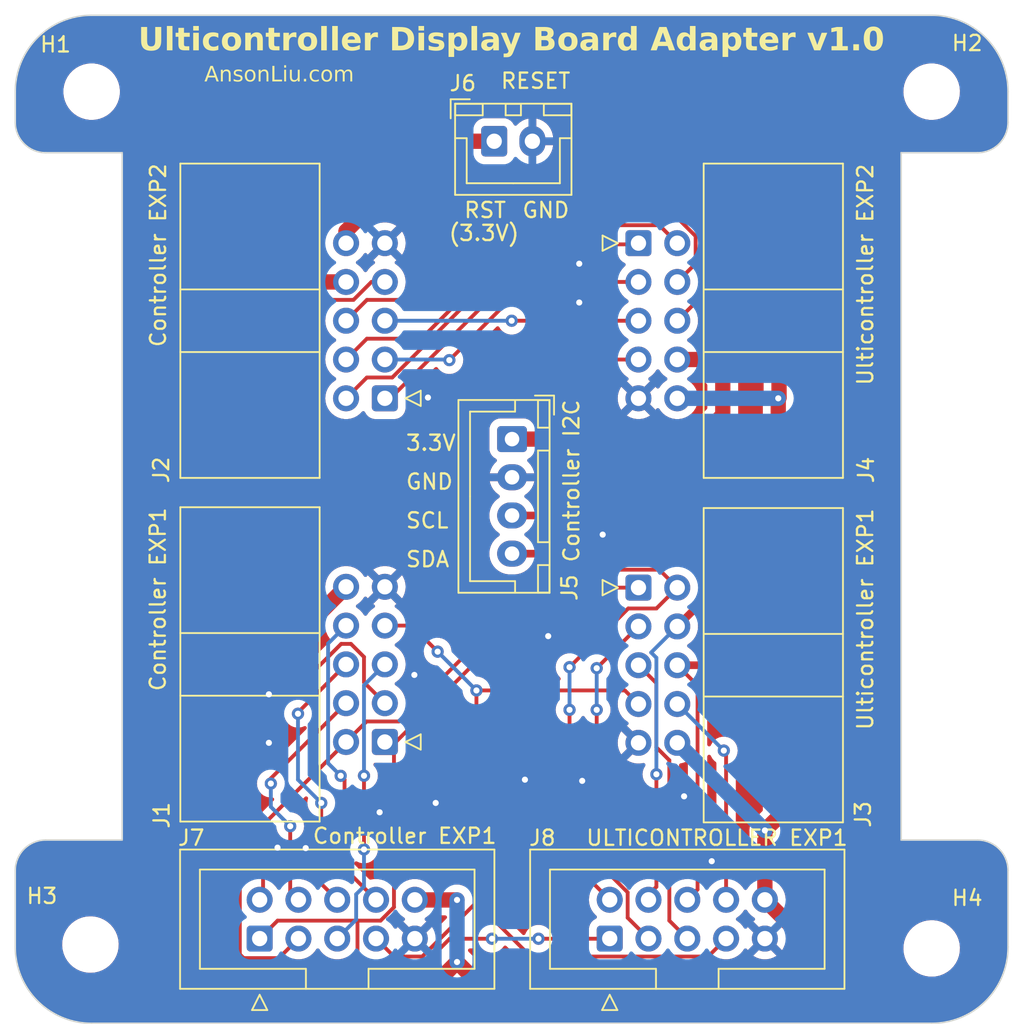
<source format=kicad_pcb>
(kicad_pcb (version 20221018) (generator pcbnew)
  (layers (0 "F.Cu" signal) (31 "B.Cu" signal) (34 "B.Paste" user) (35 "F.Paste" user) (36 "B.SilkS" user "B.Silkscreen") (37 "F.SilkS" user "F.Silkscreen") (38 "B.Mask" user) (39 "F.Mask" user) (44 "Edge.Cuts" user))
  (net 0 "")
  (net 1 "BEEP")
  (net 2 "BTN_ENC")
  (net 3 "LCD_EN")
  (net 4 "LCD_RS")
  (net 5 "LCD_D4")
  (net 6 "LCD_D5")
  (net 7 "LCD_D6")
  (net 8 "LCD_D7")
  (net 9 "GND")
  (net 10 "+5V")
  (net 11 "Net-(J2-Pad1)")
  (net 12 "Net-(J2-Pad2)")
  (net 13 "Net-(J2-Pad3)")
  (net 14 "Net-(J2-Pad4)")
  (net 15 "Net-(J2-Pad5)")
  (net 16 "Net-(J2-Pad6)")
  (net 17 "Net-(J2-Pad7)")
  (net 18 "Net-(J2-Pad8)")
  (net 19 "EXT_PIN6")
  (net 20 "EXT_PIN4")
  (net 21 "EXT_PIN5")
  (net 22 "+3.3V")
  (net 23 "I2C_N")
  (net 24 "I2C_P")
  (footprint "MountingHole:MountingHole_3.2mm_M3" (layer "F.Cu") (at 129.921 140.843)
    (fp_text reference "H3" (at -3.175 -3.175) (layer "F.SilkS"))
    (fp_text value "MountingHole" hide)
    (pad "" np_thru_hole circle (at 0 0) (size 3.2 3.2) (drill 3.2) (layers "*.Cu" "*.Mask"))
  )
  (footprint "MountingHole:MountingHole_3.2mm_M3" (layer "F.Cu") (at 185 141.097)
    (fp_text reference "H4" (at 2.325 -3.302) (layer "F.SilkS"))
    (fp_text value "MountingHole" hide)
    (pad "" np_thru_hole circle (at 0 0) (size 3.2 3.2) (drill 3.2) (layers "*.Cu" "*.Mask"))
  )
  (footprint "Connector_IDC:IDC-Header_2x05_P2.54mm_Horizontal" (layer "F.Cu") (at 165.8025 117.475)
    (fp_text reference "J3" (at 14.705303 14.84314 90) (layer "F.SilkS"))
    (fp_text value "Ulticontroller EXP1" (at 14.852135 2.071155 90) (layer "F.SilkS" knockout))
    (fp_line (start -2.35 -0.5) (end -2.35 0.5) (stroke (width 0.12)) (layer "F.SilkS"))
    (fp_line (start -2.35 0.5) (end -1.35 0) (stroke (width 0.12)) (layer "F.SilkS"))
    (fp_line (start -1.35 0) (end -2.35 -0.5) (stroke (width 0.12)) (layer "F.SilkS"))
    (fp_line (start 4.27 -5.21) (end 13.39 -5.21) (stroke (width 0.12)) (layer "F.SilkS"))
    (fp_line (start 4.27 3.03) (end 13.39 3.03) (stroke (width 0.12)) (layer "F.SilkS"))
    (fp_line (start 4.27 7.13) (end 13.39 7.13) (stroke (width 0.12)) (layer "F.SilkS"))
    (fp_line (start 4.27 15.37) (end 4.27 -5.21) (stroke (width 0.12)) (layer "F.SilkS"))
    (fp_line (start 13.39 -5.21) (end 13.39 15.37) (stroke (width 0.12)) (layer "F.SilkS"))
    (fp_line (start 13.39 15.37) (end 4.27 15.37) (stroke (width 0.12)) (layer "F.SilkS"))
    (pad "1" thru_hole roundrect (at 0 0) (size 1.7 1.7) (drill 1) (layers "*.Cu" "*.Mask") (roundrect_rratio 0.1470588235) (net 1 "BEEP"))
    (pad "2" thru_hole circle (at 2.54 0) (size 1.7 1.7) (drill 1) (layers "*.Cu" "*.Mask") (net 2 "BTN_ENC"))
    (pad "3" thru_hole circle (at 0 2.54) (size 1.7 1.7) (drill 1) (layers "*.Cu" "*.Mask") (net 19 "EXT_PIN6"))
    (pad "4" thru_hole circle (at 2.54 2.54) (size 1.7 1.7) (drill 1) (layers "*.Cu" "*.Mask") (net 24 "I2C_P"))
    (pad "5" thru_hole circle (at 0 5.08) (size 1.7 1.7) (drill 1) (layers "*.Cu" "*.Mask") (net 20 "EXT_PIN4"))
    (pad "6" thru_hole circle (at 2.54 5.08) (size 1.7 1.7) (drill 1) (layers "*.Cu" "*.Mask") (net 23 "I2C_N"))
    (pad "7" thru_hole circle (at 0 7.62) (size 1.7 1.7) (drill 1) (layers "*.Cu" "*.Mask") (net 7 "LCD_D6"))
    (pad "8" thru_hole circle (at 2.54 7.62) (size 1.7 1.7) (drill 1) (layers "*.Cu" "*.Mask") (net 21 "EXT_PIN5"))
    (pad "9" thru_hole circle (at 0 10.16) (size 1.7 1.7) (drill 1) (layers "*.Cu" "*.Mask") (net 9 "GND"))
    (pad "10" thru_hole circle (at 2.54 10.16) (size 1.7 1.7) (drill 1) (layers "*.Cu" "*.Mask") (net 10 "+5V"))
  )
  (footprint "Connector_IDC:IDC-Header_2x05_P2.54mm_Horizontal" (layer "F.Cu") (at 165.8025 94.92)
    (fp_text reference "J4" (at 14.902359 14.85052 90) (layer "F.SilkS"))
    (fp_text value "Ulticontroller EXP2" (at 14.854085 2.057389 90) (layer "F.SilkS" knockout))
    (fp_line (start -2.35 -0.5) (end -2.35 0.5) (stroke (width 0.12)) (layer "F.SilkS"))
    (fp_line (start -2.35 0.5) (end -1.35 0) (stroke (width 0.12)) (layer "F.SilkS"))
    (fp_line (start -1.35 0) (end -2.35 -0.5) (stroke (width 0.12)) (layer "F.SilkS"))
    (fp_line (start 4.27 -5.21) (end 13.39 -5.21) (stroke (width 0.12)) (layer "F.SilkS"))
    (fp_line (start 4.27 3.03) (end 13.39 3.03) (stroke (width 0.12)) (layer "F.SilkS"))
    (fp_line (start 4.27 7.13) (end 13.39 7.13) (stroke (width 0.12)) (layer "F.SilkS"))
    (fp_line (start 4.27 15.37) (end 4.27 -5.21) (stroke (width 0.12)) (layer "F.SilkS"))
    (fp_line (start 13.39 -5.21) (end 13.39 15.37) (stroke (width 0.12)) (layer "F.SilkS"))
    (fp_line (start 13.39 15.37) (end 4.27 15.37) (stroke (width 0.12)) (layer "F.SilkS"))
    (pad "1" thru_hole roundrect (at 0 0) (size 1.7 1.7) (drill 1) (layers "*.Cu" "*.Mask") (roundrect_rratio 0.1470588235) (net 11 "Net-(J2-Pad1)"))
    (pad "2" thru_hole circle (at 2.54 0) (size 1.7 1.7) (drill 1) (layers "*.Cu" "*.Mask") (net 12 "Net-(J2-Pad2)"))
    (pad "3" thru_hole circle (at 0 2.54) (size 1.7 1.7) (drill 1) (layers "*.Cu" "*.Mask") (net 13 "Net-(J2-Pad3)"))
    (pad "4" thru_hole circle (at 2.54 2.54) (size 1.7 1.7) (drill 1) (layers "*.Cu" "*.Mask") (net 14 "Net-(J2-Pad4)"))
    (pad "5" thru_hole circle (at 0 5.08) (size 1.7 1.7) (drill 1) (layers "*.Cu" "*.Mask") (net 15 "Net-(J2-Pad5)"))
    (pad "6" thru_hole circle (at 2.54 5.08) (size 1.7 1.7) (drill 1) (layers "*.Cu" "*.Mask") (net 16 "Net-(J2-Pad6)"))
    (pad "7" thru_hole circle (at 0 7.62) (size 1.7 1.7) (drill 1) (layers "*.Cu" "*.Mask") (net 17 "Net-(J2-Pad7)"))
    (pad "8" thru_hole circle (at 2.54 7.62) (size 1.7 1.7) (drill 1) (layers "*.Cu" "*.Mask") (net 22 "+3.3V"))
    (pad "9" thru_hole circle (at 0 10.16) (size 1.7 1.7) (drill 1) (layers "*.Cu" "*.Mask") (net 9 "GND"))
    (pad "10" thru_hole circle (at 2.54 10.16) (size 1.7 1.7) (drill 1) (layers "*.Cu" "*.Mask") (net 10 "+5V"))
  )
  (footprint "Connector_JST:JST_XH_B4B-XH-A_1x04_P2.50mm_Vertical" (layer "F.Cu") (at 157.525 107.75 -90)
    (fp_text reference "J5" (at 9.725 -3.765 90) (layer "F.SilkS"))
    (fp_text value "Controller I2C" (at 2.74 -3.892 90) (layer "F.SilkS" knockout))
    (fp_line (start -2.85 -2.75) (end -2.85 -1.5) (stroke (width 0.12)) (layer "F.SilkS"))
    (fp_line (start -2.56 -2.46) (end -2.56 3.51) (stroke (width 0.12)) (layer "F.SilkS"))
    (fp_line (start -2.56 3.51) (end 10.06 3.51) (stroke (width 0.12)) (layer "F.SilkS"))
    (fp_line (start -2.55 -2.45) (end -2.55 -1.7) (stroke (width 0.12)) (layer "F.SilkS"))
    (fp_line (start -2.55 -1.7) (end -0.75 -1.7) (stroke (width 0.12)) (layer "F.SilkS"))
    (fp_line (start -2.55 -0.2) (end -1.8 -0.2) (stroke (width 0.12)) (layer "F.SilkS"))
    (fp_line (start -1.8 -0.2) (end -1.8 2.75) (stroke (width 0.12)) (layer "F.SilkS"))
    (fp_line (start -1.8 2.75) (end 3.75 2.75) (stroke (width 0.12)) (layer "F.SilkS"))
    (fp_line (start -1.6 -2.75) (end -2.85 -2.75) (stroke (width 0.12)) (layer "F.SilkS"))
    (fp_line (start -0.75 -2.45) (end -2.55 -2.45) (stroke (width 0.12)) (layer "F.SilkS"))
    (fp_line (start -0.75 -1.7) (end -0.75 -2.45) (stroke (width 0.12)) (layer "F.SilkS"))
    (fp_line (start 0.75 -2.45) (end 0.75 -1.7) (stroke (width 0.12)) (layer "F.SilkS"))
    (fp_line (start 0.75 -1.7) (end 6.75 -1.7) (stroke (width 0.12)) (layer "F.SilkS"))
    (fp_line (start 6.75 -2.45) (end 0.75 -2.45) (stroke (width 0.12)) (layer "F.SilkS"))
    (fp_line (start 6.75 -1.7) (end 6.75 -2.45) (stroke (width 0.12)) (layer "F.SilkS"))
    (fp_line (start 8.25 -2.45) (end 8.25 -1.7) (stroke (width 0.12)) (layer "F.SilkS"))
    (fp_line (start 8.25 -1.7) (end 10.05 -1.7) (stroke (width 0.12)) (layer "F.SilkS"))
    (fp_line (start 9.3 -0.2) (end 9.3 2.75) (stroke (width 0.12)) (layer "F.SilkS"))
    (fp_line (start 9.3 2.75) (end 3.75 2.75) (stroke (width 0.12)) (layer "F.SilkS"))
    (fp_line (start 10.05 -2.45) (end 8.25 -2.45) (stroke (width 0.12)) (layer "F.SilkS"))
    (fp_line (start 10.05 -1.7) (end 10.05 -2.45) (stroke (width 0.12)) (layer "F.SilkS"))
    (fp_line (start 10.05 -0.2) (end 9.3 -0.2) (stroke (width 0.12)) (layer "F.SilkS"))
    (fp_line (start 10.06 -2.46) (end -2.56 -2.46) (stroke (width 0.12)) (layer "F.SilkS"))
    (fp_line (start 10.06 3.51) (end 10.06 -2.46) (stroke (width 0.12)) (layer "F.SilkS"))
    (pad "1" thru_hole roundrect (at 0 0 270) (size 1.7 1.95) (drill 0.95) (layers "*.Cu" "*.Mask") (roundrect_rratio 0.1470588235) (net 22 "+3.3V"))
    (pad "2" thru_hole oval (at 2.5 0 270) (size 1.7 1.95) (drill 0.95) (layers "*.Cu" "*.Mask") (net 9 "GND"))
    (pad "3" thru_hole oval (at 5 0 270) (size 1.7 1.95) (drill 0.95) (layers "*.Cu" "*.Mask") (net 23 "I2C_N"))
    (pad "4" thru_hole oval (at 7.5 0 270) (size 1.7 1.95) (drill 0.95) (layers "*.Cu" "*.Mask") (net 24 "I2C_P"))
  )
  (footprint "MountingHole:MountingHole_3.2mm_M3" (layer "F.Cu") (at 130 85)
    (fp_text reference "H1" (at -2.365 -3.085) (layer "F.SilkS"))
    (fp_text value "MountingHole" hide)
    (pad "" np_thru_hole circle (at 0 0) (size 3.2 3.2) (drill 3.2) (layers "*.Cu" "*.Mask"))
  )
  (footprint "Connector_JST:JST_XH_B2B-XH-A_1x02_P2.50mm_Vertical" (layer "F.Cu") (at 156.357 88.248)
    (fp_text reference "J6" (at -2.052 -3.793) (layer "F.SilkS"))
    (fp_text value "RESET" (at 2.710439 -3.951599) (layer "F.SilkS" knockout))
    (fp_line (start -2.85 -2.75) (end -2.85 -1.5) (stroke (width 0.12)) (layer "F.SilkS"))
    (fp_line (start -2.56 -2.46) (end -2.56 3.51) (stroke (width 0.12)) (layer "F.SilkS"))
    (fp_line (start -2.56 3.51) (end 5.06 3.51) (stroke (width 0.12)) (layer "F.SilkS"))
    (fp_line (start -2.55 -2.45) (end -2.55 -1.7) (stroke (width 0.12)) (layer "F.SilkS"))
    (fp_line (start -2.55 -1.7) (end -0.75 -1.7) (stroke (width 0.12)) (layer "F.SilkS"))
    (fp_line (start -2.55 -0.2) (end -1.8 -0.2) (stroke (width 0.12)) (layer "F.SilkS"))
    (fp_line (start -1.8 -0.2) (end -1.8 2.75) (stroke (width 0.12)) (layer "F.SilkS"))
    (fp_line (start -1.8 2.75) (end 1.25 2.75) (stroke (width 0.12)) (layer "F.SilkS"))
    (fp_line (start -1.6 -2.75) (end -2.85 -2.75) (stroke (width 0.12)) (layer "F.SilkS"))
    (fp_line (start -0.75 -2.45) (end -2.55 -2.45) (stroke (width 0.12)) (layer "F.SilkS"))
    (fp_line (start -0.75 -1.7) (end -0.75 -2.45) (stroke (width 0.12)) (layer "F.SilkS"))
    (fp_line (start 0.75 -2.45) (end 0.75 -1.7) (stroke (width 0.12)) (layer "F.SilkS"))
    (fp_line (start 0.75 -1.7) (end 1.75 -1.7) (stroke (width 0.12)) (layer "F.SilkS"))
    (fp_line (start 1.75 -2.45) (end 0.75 -2.45) (stroke (width 0.12)) (layer "F.SilkS"))
    (fp_line (start 1.75 -1.7) (end 1.75 -2.45) (stroke (width 0.12)) (layer "F.SilkS"))
    (fp_line (start 3.25 -2.45) (end 3.25 -1.7) (stroke (width 0.12)) (layer "F.SilkS"))
    (fp_line (start 3.25 -1.7) (end 5.05 -1.7) (stroke (width 0.12)) (layer "F.SilkS"))
    (fp_line (start 4.3 -0.2) (end 4.3 2.75) (stroke (width 0.12)) (layer "F.SilkS"))
    (fp_line (start 4.3 2.75) (end 1.25 2.75) (stroke (width 0.12)) (layer "F.SilkS"))
    (fp_line (start 5.05 -2.45) (end 3.25 -2.45) (stroke (width 0.12)) (layer "F.SilkS"))
    (fp_line (start 5.05 -1.7) (end 5.05 -2.45) (stroke (width 0.12)) (layer "F.SilkS"))
    (fp_line (start 5.05 -0.2) (end 4.3 -0.2) (stroke (width 0.12)) (layer "F.SilkS"))
    (fp_line (start 5.06 -2.46) (end -2.56 -2.46) (stroke (width 0.12)) (layer "F.SilkS"))
    (fp_line (start 5.06 3.51) (end 5.06 -2.46) (stroke (width 0.12)) (layer "F.SilkS"))
    (pad "1" thru_hole roundrect (at 0 0) (size 1.7 2) (drill 1) (layers "*.Cu" "*.Mask") (roundrect_rratio 0.1470588235) (net 18 "Net-(J2-Pad8)"))
    (pad "2" thru_hole oval (at 2.5 0) (size 1.7 2) (drill 1) (layers "*.Cu" "*.Mask") (net 9 "GND"))
  )
  (footprint "Connector_IDC:IDC-Header_2x05_P2.54mm_Vertical" (layer "F.Cu") (at 141 140.4525 90)
    (fp_text reference "J7" (at 6.5945 -4.475 180) (layer "F.SilkS"))
    (fp_text value "Controller EXP1" (at 6.7215 9.495) (layer "F.SilkS"))
    (fp_line (start -4.68 -0.5) (end -4.68 0.5) (stroke (width 0.12)) (layer "F.SilkS"))
    (fp_line (start -4.68 0.5) (end -3.68 0) (stroke (width 0.12)) (layer "F.SilkS"))
    (fp_line (start -3.68 0) (end -4.68 -0.5) (stroke (width 0.12)) (layer "F.SilkS"))
    (fp_line (start -3.29 -5.21) (end 5.83 -5.21) (stroke (width 0.12)) (layer "F.SilkS"))
    (fp_line (start -3.29 3.03) (end -1.98 3.03) (stroke (width 0.12)) (layer "F.SilkS"))
    (fp_line (start -3.29 15.37) (end -3.29 -5.21) (stroke (width 0.12)) (layer "F.SilkS"))
    (fp_line (start -1.98 -3.91) (end 4.52 -3.91) (stroke (width 0.12)) (layer "F.SilkS"))
    (fp_line (start -1.98 3.03) (end -1.98 -3.91) (stroke (width 0.12)) (layer "F.SilkS"))
    (fp_line (start -1.98 7.13) (end -3.29 7.13) (stroke (width 0.12)) (layer "F.SilkS"))
    (fp_line (start -1.98 7.13) (end -1.98 7.13) (stroke (width 0.12)) (layer "F.SilkS"))
    (fp_line (start -1.98 14.07) (end -1.98 7.13) (stroke (width 0.12)) (layer "F.SilkS"))
    (fp_line (start 4.52 -3.91) (end 4.52 14.07) (stroke (width 0.12)) (layer "F.SilkS"))
    (fp_line (start 4.52 14.07) (end -1.98 14.07) (stroke (width 0.12)) (layer "F.SilkS"))
    (fp_line (start 5.83 -5.21) (end 5.83 15.37) (stroke (width 0.12)) (layer "F.SilkS"))
    (fp_line (start 5.83 15.37) (end -3.29 15.37) (stroke (width 0.12)) (layer "F.SilkS"))
    (pad "1" thru_hole roundrect (at 0 0 90) (size 1.7 1.7) (drill 1) (layers "*.Cu" "*.Mask") (roundrect_rratio 0.1470588235) (net 1 "BEEP"))
    (pad "2" thru_hole circle (at 2.54 0 90) (size 1.7 1.7) (drill 1) (layers "*.Cu" "*.Mask") (net 2 "BTN_ENC"))
    (pad "3" thru_hole circle (at 0 2.54 90) (size 1.7 1.7) (drill 1) (layers "*.Cu" "*.Mask") (net 3 "LCD_EN"))
    (pad "4" thru_hole circle (at 2.54 2.54 90) (size 1.7 1.7) (drill 1) (layers "*.Cu" "*.Mask") (net 4 "LCD_RS"))
    (pad "5" thru_hole circle (at 0 5.08 90) (size 1.7 1.7) (drill 1) (layers "*.Cu" "*.Mask") (net 5 "LCD_D4"))
    (pad "6" thru_hole circle (at 2.54 5.08 90) (size 1.7 1.7) (drill 1) (layers "*.Cu" "*.Mask") (net 6 "LCD_D5"))
    (pad "7" thru_hole circle (at 0 7.62 90) (size 1.7 1.7) (drill 1) (layers "*.Cu" "*.Mask") (net 7 "LCD_D6"))
    (pad "8" thru_hole circle (at 2.54 7.62 90) (size 1.7 1.7) (drill 1) (layers "*.Cu" "*.Mask") (net 8 "LCD_D7"))
    (pad "9" thru_hole circle (at 0 10.16 90) (size 1.7 1.7) (drill 1) (layers "*.Cu" "*.Mask") (net 9 "GND"))
    (pad "10" thru_hole circle (at 2.54 10.16 90) (size 1.7 1.7) (drill 1) (layers "*.Cu" "*.Mask") (net 10 "+5V"))
  )
  (footprint "Connector_IDC:IDC-Header_2x05_P2.54mm_Horizontal" (layer "F.Cu") (at 149.1975 127.58 180)
    (fp_text reference "J1" (at 14.612731 -4.799884 90) (layer "F.SilkS"))
    (fp_text value "Controller EXP1" (at 14.8591 9.341269 90) (layer "F.SilkS" knockout))
    (fp_line (start -2.35 -0.5) (end -2.35 0.5) (stroke (width 0.12)) (layer "F.SilkS"))
    (fp_line (start -2.35 0.5) (end -1.35 0) (stroke (width 0.12)) (layer "F.SilkS"))
    (fp_line (start -1.35 0) (end -2.35 -0.5) (stroke (width 0.12)) (layer "F.SilkS"))
    (fp_line (start 4.27 -5.21) (end 13.39 -5.21) (stroke (width 0.12)) (layer "F.SilkS"))
    (fp_line (start 4.27 3.03) (end 13.39 3.03) (stroke (width 0.12)) (layer "F.SilkS"))
    (fp_line (start 4.27 7.13) (end 13.39 7.13) (stroke (width 0.12)) (layer "F.SilkS"))
    (fp_line (start 4.27 15.37) (end 4.27 -5.21) (stroke (width 0.12)) (layer "F.SilkS"))
    (fp_line (start 13.39 -5.21) (end 13.39 15.37) (stroke (width 0.12)) (layer "F.SilkS"))
    (fp_line (start 13.39 15.37) (end 4.27 15.37) (stroke (width 0.12)) (layer "F.SilkS"))
    (pad "1" thru_hole roundrect (at 0 0 180) (size 1.7 1.7) (drill 1) (layers "*.Cu" "*.Mask") (roundrect_rratio 0.1470588235) (net 1 "BEEP"))
    (pad "2" thru_hole circle (at 2.54 0 180) (size 1.7 1.7) (drill 1) (layers "*.Cu" "*.Mask") (net 2 "BTN_ENC"))
    (pad "3" thru_hole circle (at 0 2.54 180) (size 1.7 1.7) (drill 1) (layers "*.Cu" "*.Mask") (net 3 "LCD_EN"))
    (pad "4" thru_hole circle (at 2.54 2.54 180) (size 1.7 1.7) (drill 1) (layers "*.Cu" "*.Mask") (net 4 "LCD_RS"))
    (pad "5" thru_hole circle (at 0 5.08 180) (size 1.7 1.7) (drill 1) (layers "*.Cu" "*.Mask") (net 5 "LCD_D4"))
    (pad "6" thru_hole circle (at 2.54 5.08 180) (size 1.7 1.7) (drill 1) (layers "*.Cu" "*.Mask") (net 6 "LCD_D5"))
    (pad "7" thru_hole circle (at 0 7.62 180) (size 1.7 1.7) (drill 1) (layers "*.Cu" "*.Mask") (net 7 "LCD_D6"))
    (pad "8" thru_hole circle (at 2.54 7.62 180) (size 1.7 1.7) (drill 1) (layers "*.Cu" "*.Mask") (net 8 "LCD_D7"))
    (pad "9" thru_hole circle (at 0 10.16 180) (size 1.7 1.7) (drill 1) (layers "*.Cu" "*.Mask") (net 9 "GND"))
    (pad "10" thru_hole circle (at 2.54 10.16 180) (size 1.7 1.7) (drill 1) (layers "*.Cu" "*.Mask") (net 10 "+5V"))
  )
  (footprint "Connector_IDC:IDC-Header_2x05_P2.54mm_Horizontal" (layer "F.Cu") (at 149.1975 105.08 180)
    (fp_text reference "J2" (at 14.640647 -4.69052 90) (layer "F.SilkS"))
    (fp_text value "Controller EXP2" (at 14.843008 9.366764 90) (layer "F.SilkS" knockout))
    (fp_line (start -2.35 -0.5) (end -2.35 0.5) (stroke (width 0.12)) (layer "F.SilkS"))
    (fp_line (start -2.35 0.5) (end -1.35 0) (stroke (width 0.12)) (layer "F.SilkS"))
    (fp_line (start -1.35 0) (end -2.35 -0.5) (stroke (width 0.12)) (layer "F.SilkS"))
    (fp_line (start 4.27 -5.21) (end 13.39 -5.21) (stroke (width 0.12)) (layer "F.SilkS"))
    (fp_line (start 4.27 3.03) (end 13.39 3.03) (stroke (width 0.12)) (layer "F.SilkS"))
    (fp_line (start 4.27 7.13) (end 13.39 7.13) (stroke (width 0.12)) (layer "F.SilkS"))
    (fp_line (start 4.27 15.37) (end 4.27 -5.21) (stroke (width 0.12)) (layer "F.SilkS"))
    (fp_line (start 13.39 -5.21) (end 13.39 15.37) (stroke (width 0.12)) (layer "F.SilkS"))
    (fp_line (start 13.39 15.37) (end 4.27 15.37) (stroke (width 0.12)) (layer "F.SilkS"))
    (pad "1" thru_hole roundrect (at 0 0 180) (size 1.7 1.7) (drill 1) (layers "*.Cu" "*.Mask") (roundrect_rratio 0.1470588235) (net 11 "Net-(J2-Pad1)"))
    (pad "2" thru_hole circle (at 2.54 0 180) (size 1.7 1.7) (drill 1) (layers "*.Cu" "*.Mask") (net 12 "Net-(J2-Pad2)"))
    (pad "3" thru_hole circle (at 0 2.54 180) (size 1.7 1.7) (drill 1) (layers "*.Cu" "*.Mask") (net 13 "Net-(J2-Pad3)"))
    (pad "4" thru_hole circle (at 2.54 2.54 180) (size 1.7 1.7) (drill 1) (layers "*.Cu" "*.Mask") (net 14 "Net-(J2-Pad4)"))
    (pad "5" thru_hole circle (at 0 5.08 180) (size 1.7 1.7) (drill 1) (layers "*.Cu" "*.Mask") (net 15 "Net-(J2-Pad5)"))
    (pad "6" thru_hole circle (at 2.54 5.08 180) (size 1.7 1.7) (drill 1) (layers "*.Cu" "*.Mask") (net 16 "Net-(J2-Pad6)"))
    (pad "7" thru_hole circle (at 0 7.62 180) (size 1.7 1.7) (drill 1) (layers "*.Cu" "*.Mask") (net 17 "Net-(J2-Pad7)"))
    (pad "8" thru_hole circle (at 2.54 7.62 180) (size 1.7 1.7) (drill 1) (layers "*.Cu" "*.Mask") (net 18 "Net-(J2-Pad8)"))
    (pad "9" thru_hole circle (at 0 10.16 180) (size 1.7 1.7) (drill 1) (layers "*.Cu" "*.Mask") (net 9 "GND"))
    (pad "10" thru_hole circle (at 2.54 10.16 180) (size 1.7 1.7) (drill 1) (layers "*.Cu" "*.Mask") (net 10 "+5V"))
  )
  (footprint "Connector_IDC:IDC-Header_2x05_P2.54mm_Vertical" (layer "F.Cu") (at 163.92 140.4525 90)
    (fp_text reference "J8" (at 6.5945 -4.408 180) (layer "F.SilkS"))
    (fp_text value "ULTICONTROLLER EXP1" (at 6.5945 7.022 180) (layer "F.SilkS"))
    (fp_line (start -4.68 -0.5) (end -4.68 0.5) (stroke (width 0.12)) (layer "F.SilkS"))
    (fp_line (start -4.68 0.5) (end -3.68 0) (stroke (width 0.12)) (layer "F.SilkS"))
    (fp_line (start -3.68 0) (end -4.68 -0.5) (stroke (width 0.12)) (layer "F.SilkS"))
    (fp_line (start -3.29 -5.21) (end 5.83 -5.21) (stroke (width 0.12)) (layer "F.SilkS"))
    (fp_line (start -3.29 3.03) (end -1.98 3.03) (stroke (width 0.12)) (layer "F.SilkS"))
    (fp_line (start -3.29 15.37) (end -3.29 -5.21) (stroke (width 0.12)) (layer "F.SilkS"))
    (fp_line (start -1.98 -3.91) (end 4.52 -3.91) (stroke (width 0.12)) (layer "F.SilkS"))
    (fp_line (start -1.98 3.03) (end -1.98 -3.91) (stroke (width 0.12)) (layer "F.SilkS"))
    (fp_line (start -1.98 7.13) (end -3.29 7.13) (stroke (width 0.12)) (layer "F.SilkS"))
    (fp_line (start -1.98 7.13) (end -1.98 7.13) (stroke (width 0.12)) (layer "F.SilkS"))
    (fp_line (start -1.98 14.07) (end -1.98 7.13) (stroke (width 0.12)) (layer "F.SilkS"))
    (fp_line (start 4.52 -3.91) (end 4.52 14.07) (stroke (width 0.12)) (layer "F.SilkS"))
    (fp_line (start 4.52 14.07) (end -1.98 14.07) (stroke (width 0.12)) (layer "F.SilkS"))
    (fp_line (start 5.83 -5.21) (end 5.83 15.37) (stroke (width 0.12)) (layer "F.SilkS"))
    (fp_line (start 5.83 15.37) (end -3.29 15.37) (stroke (width 0.12)) (layer "F.SilkS"))
    (pad "1" thru_hole roundrect (at 0 0 90) (size 1.7 1.7) (drill 1) (layers "*.Cu" "*.Mask") (roundrect_rratio 0.1470588235) (net 1 "BEEP"))
    (pad "2" thru_hole circle (at 2.54 0 90) (size 1.7 1.7) (drill 1) (layers "*.Cu" "*.Mask") (net 2 "BTN_ENC"))
    (pad "3" thru_hole circle (at 0 2.54 90) (size 1.7 1.7) (drill 1) (layers "*.Cu" "*.Mask") (net 19 "EXT_PIN6"))
    (pad "4" thru_hole circle (at 2.54 2.54 90) (size 1.7 1.7) (drill 1) (layers "*.Cu" "*.Mask") (net 24 "I2C_P"))
    (pad "5" thru_hole circle (at 0 5.08 90) (size 1.7 1.7) (drill 1) (layers "*.Cu" "*.Mask") (net 20 "EXT_PIN4"))
    (pad "6" thru_hole circle (at 2.54 5.08 90) (size 1.7 1.7) (drill 1) (layers "*.Cu" "*.Mask") (net 23 "I2C_N"))
    (pad "7" thru_hole circle (at 0 7.62 90) (size 1.7 1.7) (drill 1) (layers "*.Cu" "*.Mask") (net 7 "LCD_D6"))
    (pad "8" thru_hole circle (at 2.54 7.62 90) (size 1.7 1.7) (drill 1) (layers "*.Cu" "*.Mask") (net 21 "EXT_PIN5"))
    (pad "9" thru_hole circle (at 0 10.16 90) (size 1.7 1.7) (drill 1) (layers "*.Cu" "*.Mask") (net 9 "GND"))
    (pad "10" thru_hole circle (at 2.54 10.16 90) (size 1.7 1.7) (drill 1) (layers "*.Cu" "*.Mask") (net 10 "+5V"))
  )
  (footprint "MountingHole:MountingHole_3.2mm_M3" (layer "F.Cu") (at 185 85)
    (fp_text reference "H2" (at 2.325 -3.175) (layer "F.SilkS"))
    (fp_text value "MountingHole" hide)
    (pad "" np_thru_hole circle (at 0 0) (size 3.2 3.2) (drill 3.2) (layers "*.Cu" "*.Mask"))
  )
  (gr_arc (start 127 89) (mid 125.585786 88.414214) (end 125 87) (stroke (width 0.1)) (layer "Edge.Cuts"))
  (gr_arc (start 130 146) (mid 126.464466 144.535534) (end 125 141) (stroke (width 0.1)) (layer "Edge.Cuts"))
  (gr_arc (start 190 87) (mid 189.414214 88.414214) (end 188 89) (stroke (width 0.1)) (layer "Edge.Cuts"))
  (gr_arc (start 185 80) (mid 188.535534 81.464466) (end 190 85) (stroke (width 0.1)) (layer "Edge.Cuts"))
  (gr_line (start 188 134) (end 183 134) (stroke (width 0.1)) (layer "Edge.Cuts"))
  (gr_arc (start 190 141) (mid 188.535534 144.535534) (end 185 146) (stroke (width 0.1)) (layer "Edge.Cuts"))
  (gr_line (start 183 134) (end 183 89) (stroke (width 0.1)) (layer "Edge.Cuts"))
  (gr_line (start 130 80) (end 185 80) (stroke (width 0.1)) (layer "Edge.Cuts"))
  (gr_arc (start 188 134) (mid 189.414214 134.585786) (end 190 136) (stroke (width 0.1)) (layer "Edge.Cuts"))
  (gr_line (start 125 85) (end 125 87) (stroke (width 0.1)) (layer "Edge.Cuts"))
  (gr_arc (start 125 85) (mid 126.464466 81.464466) (end 130 80) (stroke (width 0.1)) (layer "Edge.Cuts"))
  (gr_line (start 127 89) (end 132 89) (stroke (width 0.1)) (layer "Edge.Cuts"))
  (gr_line (start 185 146) (end 130 146) (stroke (width 0.1)) (layer "Edge.Cuts"))
  (gr_line (start 190 85) (end 190 87) (stroke (width 0.1)) (layer "Edge.Cuts"))
  (gr_line (start 132 134) (end 127 134) (stroke (width 0.1)) (layer "Edge.Cuts"))
  (gr_line (start 125 136) (end 125 141) (stroke (width 0.1)) (layer "Edge.Cuts"))
  (gr_arc (start 125 136) (mid 125.585786 134.585786) (end 127 134) (stroke (width 0.1)) (layer "Edge.Cuts"))
  (gr_line (start 183 89) (end 188 89) (stroke (width 0.1)) (layer "Edge.Cuts"))
  (gr_line (start 190 136) (end 190 141) (stroke (width 0.1)) (layer "Edge.Cuts"))
  (gr_line (start 132 89) (end 132 134) (stroke (width 0.1)) (layer "Edge.Cuts"))
  (gr_text "3.3V" (at 150.495 108.585) (layer "F.SilkS") (effects (font (size 1 1)) (justify left bottom)))
  (gr_text "GND" (at 150.495 111.125) (layer "F.SilkS") (effects (font (size 1 1)) (justify left bottom)))
  (gr_text "AnsonLiu.com" (at 137.377567 84.502194) (layer "F.SilkS") (effects (font (size 1 1) (thickness 0.125)) (justify left bottom)))
  (gr_text "SCL" (at 150.495 113.665) (layer "F.SilkS") (effects (font (size 1 1)) (justify left bottom)))
  (gr_text "RST" (at 154.305 93.345) (layer "F.SilkS") (effects (font (size 1 1)) (justify left bottom)))
  (gr_text "(3.3V)" (at 153.303311 94.846009) (layer "F.SilkS") (effects (font (size 1 1)) (justify left bottom)))
  (gr_text "Ulticontroller Display Board Adapter v1.0" (at 157.48 82.55) (layer "F.SilkS") (effects (font (size 1.5 1.5)) (justify bottom)))
  (gr_text "SDA" (at 150.495 116.205) (layer "F.SilkS") (effects (font (size 1 1)) (justify left bottom)))
  (gr_text "GND\n" (at 158.115 93.345) (layer "F.SilkS") (effects (font (size 1 1)) (justify left bottom)))
  (segment (start 153.448597 140.462) (end 156.21 140.462) (width 0.25) (layer "F.Cu") (net 1))
  (segment (start 147.4055 139.2775) (end 147.4055 141.4365) (width 0.25) (layer "F.Cu") (net 1))
  (segment (start 151.797597 142.113) (end 153.448597 140.462) (width 0.25) (layer "F.Cu") (net 1))
  (segment (start 159.258 140.462) (end 163.9105 140.462) (width 0.25) (layer "F.Cu") (net 1))
  (segment (start 149.1975 127.58) (end 149.915 127.58) (width 0.25) (layer "F.Cu") (net 1))
  (segment (start 149.795 128.1775) (end 149.795 138.399201) (width 0.25) (layer "F.Cu") (net 1))
  (segment (start 147.4055 141.4365) (end 148.082 142.113) (width 0.25) (layer "F.Cu") (net 1))
  (segment (start 149.1975 127.58) (end 149.795 128.1775) (width 0.25) (layer "F.Cu") (net 1))
  (segment (start 160.02 117.475) (end 165.8025 117.475) (width 0.25) (layer "F.Cu") (net 1))
  (segment (start 149.915 127.58) (end 160.02 117.475) (width 0.25) (layer "F.Cu") (net 1))
  (segment (start 149.795 138.399201) (end 148.916701 139.2775) (width 0.25) (layer "F.Cu") (net 1))
  (segment (start 148.082 142.113) (end 151.797597 142.113) (width 0.25) (layer "F.Cu") (net 1))
  (segment (start 147.4055 139.2775) (end 142.175 139.2775) (width 0.25) (layer "F.Cu") (net 1))
  (segment (start 142.175 139.2775) (end 141 140.4525) (width 0.25) (layer "F.Cu") (net 1))
  (segment (start 163.9105 140.462) (end 163.92 140.4525) (width 0.25) (layer "F.Cu") (net 1))
  (segment (start 148.916701 139.2775) (end 147.4055 139.2775) (width 0.25) (layer "F.Cu") (net 1))
  (via (at 159.258 140.462) (size 0.8) (drill 0.4) (layers "F.Cu" "B.Cu") (net 1))
  (via (at 156.21 140.462) (size 0.8) (drill 0.4) (layers "F.Cu" "B.Cu") (net 1))
  (segment (start 156.21 140.462) (end 159.258 140.462) (width 0.25) (layer "B.Cu") (net 1))
  (segment (start 146.6575 127.58) (end 141.224 133.0135) (width 0.25) (layer "F.Cu") (net 2))
  (segment (start 168.3425 117.475) (end 167.1675 116.3) (width 0.25) (layer "F.Cu") (net 2))
  (segment (start 167.1675 116.3) (end 160.052 116.3) (width 0.25) (layer "F.Cu") (net 2))
  (segment (start 168.3425 117.475) (end 166.9775 118.84) (width 0.25) (layer "F.Cu") (net 2))
  (segment (start 165.132 118.84) (end 161.29 122.682) (width 0.25) (layer "F.Cu") (net 2))
  (segment (start 141.224 137.6885) (end 141 137.9125) (width 0.25) (layer "F.Cu") (net 2))
  (segment (start 147.9995 126.238) (end 146.6575 127.58) (width 0.25) (layer "F.Cu") (net 2))
  (segment (start 160.052 116.3) (end 150.114 126.238) (width 0.25) (layer "F.Cu") (net 2))
  (segment (start 161.29 135.2825) (end 163.92 137.9125) (width 0.25) (layer "F.Cu") (net 2))
  (segment (start 150.114 126.238) (end 147.9995 126.238) (width 0.25) (layer "F.Cu") (net 2))
  (segment (start 161.29 125.476) (end 161.29 135.2825) (width 0.25) (layer "F.Cu") (net 2))
  (segment (start 141.224 133.0135) (end 141.224 137.6885) (width 0.25) (layer "F.Cu") (net 2))
  (segment (start 166.9775 118.84) (end 165.132 118.84) (width 0.25) (layer "F.Cu") (net 2))
  (via (at 161.29 122.682) (size 0.8) (drill 0.4) (layers "F.Cu" "B.Cu") (net 2))
  (via (at 161.29 125.476) (size 0.8) (drill 0.4) (layers "F.Cu" "B.Cu") (net 2))
  (segment (start 161.29 122.682) (end 161.29 125.476) (width 0.25) (layer "B.Cu") (net 2))
  (segment (start 147.8325 122.013299) (end 146.977201 121.158) (width 0.25) (layer "F.Cu") (net 3))
  (segment (start 149.1975 125.04) (end 147.8325 123.675) (width 0.25) (layer "F.Cu") (net 3))
  (segment (start 139.7 141.478) (end 139.954 141.732) (width 0.25) (layer "F.Cu") (net 3))
  (segment (start 142.2605 141.732) (end 143.54 140.4525) (width 0.25) (layer "F.Cu") (net 3))
  (segment (start 146.337799 121.158) (end 139.7 127.795799) (width 0.25) (layer "F.Cu") (net 3))
  (segment (start 147.8325 123.675) (end 147.8325 122.013299) (width 0.25) (layer "F.Cu") (net 3))
  (segment (start 139.954 141.732) (end 142.2605 141.732) (width 0.25) (layer "F.Cu") (net 3))
  (segment (start 139.7 127.795799) (end 139.7 141.478) (width 0.25) (layer "F.Cu") (net 3))
  (segment (start 146.977201 121.158) (end 146.337799 121.158) (width 0.25) (layer "F.Cu") (net 3))
  (segment (start 143.002 133.096) (end 143.002 137.3745) (width 0.25) (layer "F.Cu") (net 4))
  (segment (start 146.6575 125.04) (end 141.732 129.9655) (width 0.25) (layer "F.Cu") (net 4))
  (segment (start 141.732 129.9655) (end 141.732 130.302) (width 0.25) (layer "F.Cu") (net 4))
  (segment (start 143.002 137.3745) (end 143.54 137.9125) (width 0.25) (layer "F.Cu") (net 4))
  (via (at 141.732 130.302) (size 0.8) (drill 0.4) (layers "F.Cu" "B.Cu") (net 4))
  (via (at 143.002 133.096) (size 0.8) (drill 0.4) (layers "F.Cu" "B.Cu") (net 4))
  (segment (start 141.732 131.826) (end 143.002 133.096) (width 0.25) (layer "B.Cu") (net 4))
  (segment (start 141.732 130.302) (end 141.732 131.826) (width 0.25) (layer "B.Cu") (net 4))
  (segment (start 147.8325 129.7895) (end 147.8325 134.6155) (width 0.25) (layer "F.Cu") (net 5))
  (via (at 147.8325 134.6155) (size 0.8) (drill 0.4) (layers "F.Cu" "B.Cu") (net 5))
  (via (at 147.8325 129.7895) (size 0.8) (drill 0.4) (layers "F.Cu" "B.Cu") (net 5))
  (segment (start 149.1975 122.5) (end 147.8325 123.865) (width 0.25) (layer "B.Cu") (net 5))
  (segment (start 147.32 137.550799) (end 147.32 139.2125) (width 0.25) (layer "B.Cu") (net 5))
  (segment (start 147.8325 123.865) (end 147.8325 129.7895) (width 0.25) (layer "B.Cu") (net 5))
  (segment (start 147.32 139.2125) (end 146.08 140.4525) (width 0.25) (layer "B.Cu") (net 5))
  (segment (start 147.8325 134.6155) (end 147.8325 137.038299) (width 0.25) (layer "B.Cu") (net 5))
  (segment (start 147.8325 137.038299) (end 147.32 137.550799) (width 0.25) (layer "B.Cu") (net 5))
  (segment (start 146.6575 122.5) (end 143.51 125.6475) (width 0.25) (layer "F.Cu") (net 6))
  (segment (start 145.034 136.8665) (end 146.08 137.9125) (width 0.25) (layer "F.Cu") (net 6))
  (segment (start 143.51 125.6475) (end 143.51 125.73) (width 0.25) (layer "F.Cu") (net 6))
  (segment (start 145.034 131.572) (end 145.034 136.8665) (width 0.25) (layer "F.Cu") (net 6))
  (via (at 145.034 131.572) (size 0.8) (drill 0.4) (layers "F.Cu" "B.Cu") (net 6))
  (via (at 143.51 125.73) (size 0.8) (drill 0.4) (layers "F.Cu" "B.Cu") (net 6))
  (segment (start 143.51 125.73) (end 143.51 130.048) (width 0.25) (layer "B.Cu") (net 6))
  (segment (start 143.51 130.048) (end 145.034 131.572) (width 0.25) (layer "B.Cu") (net 6))
  (segment (start 170.365 141.6275) (end 158.741299 141.6275) (width 0.25) (layer "F.Cu") (net 7))
  (segment (start 164.9135 124.206) (end 165.8025 125.095) (width 0.25) (layer "F.Cu") (net 7))
  (segment (start 155.194 124.206) (end 155.194 138.080201) (width 0.25) (layer "F.Cu") (net 7))
  (segment (start 171.54 140.4525) (end 170.365 141.6275) (width 0.25) (layer "F.Cu") (net 7))
  (segment (start 158.741299 141.6275) (end 155.194 138.080201) (width 0.25) (layer "F.Cu") (net 7))
  (segment (start 149.795 141.6275) (end 148.62 140.4525) (width 0.25) (layer "F.Cu") (net 7))
  (segment (start 151.646701 141.6275) (end 149.795 141.6275) (width 0.25) (layer "F.Cu") (net 7))
  (segment (start 149.1975 119.96) (end 150.948 119.96) (width 0.25) (layer "F.Cu") (net 7))
  (segment (start 155.194 124.206) (end 164.9135 124.206) (width 0.25) (layer "F.Cu") (net 7))
  (segment (start 150.948 119.96) (end 152.654 121.666) (width 0.25) (layer "F.Cu") (net 7))
  (segment (start 155.194 138.080201) (end 151.646701 141.6275) (width 0.25) (layer "F.Cu") (net 7))
  (via (at 155.194 124.206) (size 0.8) (drill 0.4) (layers "F.Cu" "B.Cu") (net 7))
  (via (at 152.654 121.666) (size 0.8) (drill 0.4) (layers "F.Cu" "B.Cu") (net 7))
  (segment (start 152.654 121.666) (end 155.194 124.206) (width 0.25) (layer "B.Cu") (net 7))
  (segment (start 146.304 129.794) (end 146.558 130.048) (width 0.25) (layer "F.Cu") (net 8))
  (segment (start 146.558 130.048) (end 146.558 135.8505) (width 0.25) (layer "F.Cu") (net 8))
  (segment (start 146.558 135.8505) (end 148.62 137.9125) (width 0.25) (layer "F.Cu") (net 8))
  (via (at 146.304 129.794) (size 0.8) (drill 0.4) (layers "F.Cu" "B.Cu") (net 8))
  (segment (start 145.4825 121.135) (end 145.4825 128.9725) (width 0.25) (layer "B.Cu") (net 8))
  (segment (start 145.4825 128.9725) (end 146.304 129.794) (width 0.25) (layer "B.Cu") (net 8))
  (segment (start 146.6575 119.96) (end 145.4825 121.135) (width 0.25) (layer "B.Cu") (net 8))
  (via (at 162.118096 130.126725) (size 0.8) (drill 0.4) (layers "F.Cu" "B.Cu") (net 9))
  (via (at 158.369 130.048) (size 0.8) (drill 0.4) (layers "F.Cu" "B.Cu") (net 9))
  (via (at 161.925 96.266) (size 0.8) (drill 0.4) (layers "F.Cu" "B.Cu") (net 9))
  (via (at 141.605 124.46) (size 0.8) (drill 0.4) (layers "F.Cu" "B.Cu") (net 9))
  (via (at 168.789314 131.138654) (size 0.8) (drill 0.4) (layers "F.Cu" "B.Cu") (net 9))
  (via (at 142.171367 134.499314) (size 0.8) (drill 0.4) (layers "F.Cu" "B.Cu") (net 9))
  (via (at 151.13 123.19) (size 0.8) (drill 0.4) (layers "F.Cu" "B.Cu") (net 9))
  (via (at 152.019 105.029) (size 0.8) (drill 0.4) (layers "F.Cu" "B.Cu") (net 9))
  (via (at 159.893 120.65) (size 0.8) (drill 0.4) (layers "F.Cu" "B.Cu") (net 9))
  (via (at 148.855507 132.183984) (size 0.8) (drill 0.4) (layers "F.Cu" "B.Cu") (net 9))
  (via (at 141.605 127.635) (size 0.8) (drill 0.4) (layers "F.Cu" "B.Cu") (net 9))
  (via (at 170.599595 135.386778) (size 0.8) (drill 0.4) (layers "F.Cu" "B.Cu") (net 9))
  (via (at 144.016268 134.529668) (size 0.8) (drill 0.4) (layers "F.Cu" "B.Cu") (net 9))
  (via (at 152.527 131.572) (size 0.8) (drill 0.4) (layers "F.Cu" "B.Cu") (net 9))
  (via (at 163.461012 114.003392) (size 0.8) (drill 0.4) (layers "F.Cu" "B.Cu") (net 9))
  (via (at 161.925 98.806) (size 0.8) (drill 0.4) (layers "F.Cu" "B.Cu") (net 9))
  (segment (start 156.083 144.145) (end 153.924 141.986) (width 1) (layer "F.Cu") (net 10))
  (segment (start 175.006 144.145) (end 156.083 144.145) (width 1) (layer "F.Cu") (net 10))
  (segment (start 138.43 144.145) (end 151.765 144.145) (width 1) (layer "F.Cu") (net 10))
  (segment (start 174.08 137.9125) (end 176.7565 140.589) (width 1) (layer "F.Cu") (net 10))
  (segment (start 174.955 132.4975) (end 174.08 133.3725) (width 1) (layer "F.Cu") (net 10))
  (segment (start 151.765 144.145) (end 153.924 141.986) (width 1) (layer "F.Cu") (net 10))
  (segment (start 146.6575 94.92) (end 146.6575 94.1345) (width 1) (layer "F.Cu") (net 10))
  (segment (start 150.368 90.424) (end 172.593 90.424) (width 1) (layer "F.Cu") (net 10))
  (segment (start 176.7565 140.589) (end 176.911 140.589) (width 1) (layer "F.Cu") (net 10))
  (segment (start 176.911 142.24) (end 175.006 144.145) (width 1) (layer "F.Cu") (net 10))
  (segment (start 137.795 143.51) (end 138.43 144.145) (width 1) (layer "F.Cu") (net 10))
  (segment (start 175.006 92.837) (end 175.006 105.029) (width 1) (layer "F.Cu") (net 10))
  (segment (start 174.08 133.3725) (end 174.08 137.9125) (width 1) (layer "F.Cu") (net 10))
  (segment (start 153.924 137.922) (end 151.1695 137.922) (width 1) (layer "F.Cu") (net 10))
  (segment (start 172.593 90.424) (end 175.006 92.837) (width 1) (layer "F.Cu") (net 10))
  (segment (start 175.006 105.029) (end 174.955 105.08) (width 1) (layer "F.Cu") (net 10))
  (segment (start 146.6575 94.1345) (end 150.368 90.424) (width 1) (layer "F.Cu") (net 10))
  (segment (start 176.911 140.589) (end 176.911 142.24) (width 1) (layer "F.Cu") (net 10))
  (segment (start 174.955 105.08) (end 174.955 132.4975) (width 1) (layer "F.Cu") (net 10))
  (segment (start 151.1695 137.922) (end 151.16 137.9125) (width 1) (layer "F.Cu") (net 10))
  (segment (start 137.795 126.2825) (end 137.795 143.51) (width 1) (layer "F.Cu") (net 10))
  (segment (start 146.6575 117.42) (end 137.795 126.2825) (width 1) (layer "F.Cu") (net 10))
  (via (at 153.924 141.986) (size 0.8) (drill 0.4) (layers "F.Cu" "B.Cu") (net 10))
  (via (at 174.08 133.3725) (size 0.8) (drill 0.4) (layers "F.Cu" "B.Cu") (net 10))
  (via (at 174.955 105.08) (size 0.8) (drill 0.4) (layers "F.Cu" "B.Cu") (net 10))
  (via (at 153.924 137.922) (size 0.8) (drill 0.4) (layers "F.Cu" "B.Cu") (net 10))
  (segment (start 174.08 133.3725) (end 168.3425 127.635) (width 1) (layer "B.Cu") (net 10))
  (segment (start 174.955 105.08) (end 168.3425 105.08) (width 1) (layer "B.Cu") (net 10))
  (segment (start 153.924 141.986) (end 153.924 137.922) (width 1) (layer "B.Cu") (net 10))
  (segment (start 160.02 95) (end 165.4975 95) (width 0.25) (layer "F.Cu") (net 11))
  (segment (start 159.635 95) (end 160 95) (width 0.25) (layer "F.Cu") (net 11))
  (segment (start 149.555 105.08) (end 159.635 95) (width 0.25) (layer "F.Cu") (net 11))
  (segment (start 149.1975 105.08) (end 149.555 105.08) (width 0.25) (layer "F.Cu") (net 11))
  (segment (start 159.654201 93.745) (end 167.1675 93.745) (width 0.25) (layer "F.Cu") (net 12))
  (segment (start 146.6575 105.08) (end 148.0225 103.715) (width 0.25) (layer "F.Cu") (net 12))
  (segment (start 167.1675 93.745) (end 168.3425 94.92) (width 0.25) (layer "F.Cu") (net 12))
  (segment (start 149.684201 103.715) (end 159.654201 93.745) (width 0.25) (layer "F.Cu") (net 12))
  (segment (start 148.0225 103.715) (end 149.684201 103.715) (width 0.25) (layer "F.Cu") (net 12))
  (segment (start 153.4202 102.5798) (end 158.54 97.46) (width 0.25) (layer "F.Cu") (net 13))
  (segment (start 158.54 97.46) (end 165.8025 97.46) (width 0.25) (layer "F.Cu") (net 13))
  (via (at 153.4202 102.5798) (size 0.8) (drill 0.4) (layers "F.Cu" "B.Cu") (net 13))
  (segment (start 153.4202 102.5798) (end 153.3804 102.54) (width 0.25) (layer "B.Cu") (net 13))
  (segment (start 153.3804 102.54) (end 149.1975 102.54) (width 0.25) (layer "B.Cu") (net 13))
  (segment (start 146.6575 102.54) (end 148.0225 101.175) (width 0.25) (layer "F.Cu") (net 14))
  (segment (start 169.545 96.2575) (end 168.3425 97.46) (width 0.25) (layer "F.Cu") (net 14))
  (segment (start 168.379201 93.295) (end 169.545 94.460799) (width 0.25) (layer "F.Cu") (net 14))
  (segment (start 159.467805 93.295) (end 168.379201 93.295) (width 0.25) (layer "F.Cu") (net 14))
  (segment (start 151.587805 101.175) (end 159.467805 93.295) (width 0.25) (layer "F.Cu") (net 14))
  (segment (start 169.545 94.460799) (end 169.545 96.2575) (width 0.25) (layer "F.Cu") (net 14))
  (segment (start 148.0225 101.175) (end 151.587805 101.175) (width 0.25) (layer "F.Cu") (net 14))
  (segment (start 157.5 100) (end 165.8025 100) (width 0.25) (layer "F.Cu") (net 15))
  (via (at 157.5 100) (size 0.8) (drill 0.4) (layers "F.Cu" "B.Cu") (net 15))
  (segment (start 149.1975 100) (end 157.5 100) (width 0.25) (layer "B.Cu") (net 15))
  (segment (start 170.18 94.459403) (end 170.18 98.1625) (width 0.25) (layer "F.Cu") (net 16))
  (segment (start 168.565597 92.845) (end 170.18 94.459403) (width 0.25) (layer "F.Cu") (net 16))
  (segment (start 146.6575 100) (end 148.0225 98.635) (width 0.25) (layer "F.Cu") (net 16))
  (segment (start 159.281409 92.845) (end 168.565597 92.845) (width 0.25) (layer "F.Cu") (net 16))
  (segment (start 148.0225 98.635) (end 153.491409 98.635) (width 0.25) (layer "F.Cu") (net 16))
  (segment (start 170.18 98.1625) (end 168.3425 100) (width 0.25) (layer "F.Cu") (net 16))
  (segment (start 153.491409 98.635) (end 159.281409 92.845) (width 0.25) (layer "F.Cu") (net 16))
  (segment (start 145.205 98.635) (end 147.144201 98.635) (width 0.25) (layer "F.Cu") (net 17))
  (segment (start 144.145 99.695) (end 145.205 98.635) (width 0.25) (layer "F.Cu") (net 17))
  (segment (start 165.8025 102.54) (end 157.048 102.54) (width 0.25) (layer "F.Cu") (net 17))
  (segment (start 144.145 106.807) (end 144.145 99.695) (width 0.25) (layer "F.Cu") (net 17))
  (segment (start 147.144201 98.635) (end 148.319201 97.46) (width 0.25) (layer "F.Cu") (net 17))
  (segment (start 144.907 107.569) (end 144.145 106.807) (width 0.25) (layer "F.Cu") (net 17))
  (segment (start 148.319201 97.46) (end 149.1975 97.46) (width 0.25) (layer "F.Cu") (net 17))
  (segment (start 157.048 102.54) (end 152.019 107.569) (width 0.25) (layer "F.Cu") (net 17))
  (segment (start 152.019 107.569) (end 144.907 107.569) (width 0.25) (layer "F.Cu") (net 17))
  (segment (start 146.6575 97.46) (end 144.704 97.46) (width 1) (layer "F.Cu") (net 18))
  (segment (start 144.704 97.46) (end 143.764 96.52) (width 1) (layer "F.Cu") (net 18))
  (segment (start 143.764 94.234) (end 149.75 88.248) (width 1) (layer "F.Cu") (net 18))
  (segment (start 143.764 96.52) (end 143.764 94.234) (width 1) (layer "F.Cu") (net 18))
  (segment (start 149.75 88.248) (end 156.357 88.248) (width 1) (layer "F.Cu") (net 18))
  (segment (start 165.095 139.0875) (end 165.095 137.425799) (width 0.25) (layer "F.Cu") (net 19))
  (segment (start 163.068 135.398799) (end 163.068 135.382) (width 0.25) (layer "F.Cu") (net 19))
  (segment (start 165.095 139.0875) (end 166.46 140.4525) (width 0.25) (layer "F.Cu") (net 19))
  (segment (start 163.068 125.476) (end 163.068 135.382) (width 0.25) (layer "F.Cu") (net 19))
  (segment (start 165.095 137.425799) (end 163.068 135.398799) (width 0.25) (layer "F.Cu") (net 19))
  (segment (start 163.068 122.7495) (end 165.8025 120.015) (width 0.25) (layer "F.Cu") (net 19))
  (via (at 163.068 125.476) (size 0.8) (drill 0.4) (layers "F.Cu" "B.Cu") (net 19))
  (via (at 163.068 122.7495) (size 0.8) (drill 0.4) (layers "F.Cu" "B.Cu") (net 19))
  (segment (start 163.068 125.476) (end 163.068 122.7495) (width 0.25) (layer "B.Cu") (net 19))
  (segment (start 169 140.4525) (end 167.825 139.2775) (width 0.25) (layer "F.Cu") (net 20))
  (segment (start 167.825 128.779201) (end 166.9775 127.931701) (width 0.25) (layer "F.Cu") (net 20))
  (segment (start 167.825 139.2775) (end 167.825 128.779201) (width 0.25) (layer "F.Cu") (net 20))
  (segment (start 166.9775 127.931701) (end 166.9775 123.73) (width 0.25) (layer "F.Cu") (net 20))
  (segment (start 166.9775 123.73) (end 165.8025 122.555) (width 0.25) (layer "F.Cu") (net 20))
  (segment (start 171.3905 128.143) (end 171.54 128.2925) (width 0.25) (layer "F.Cu") (net 21))
  (segment (start 171.54 128.2925) (end 171.54 137.9125) (width 0.25) (layer "F.Cu") (net 21))
  (via (at 171.3905 128.143) (size 0.8) (drill 0.4) (layers "F.Cu" "B.Cu") (net 21))
  (segment (start 168.3425 125.095) (end 171.3905 128.143) (width 0.25) (layer "B.Cu") (net 21))
  (segment (start 171.323 106.172) (end 171.323 103.759) (width 1) (layer "F.Cu") (net 22))
  (segment (start 157.525 107.75) (end 169.745 107.75) (width 1) (layer "F.Cu") (net 22))
  (segment (start 171.323 103.759) (end 170.053 102.489) (width 1) (layer "F.Cu") (net 22))
  (segment (start 169.745 107.75) (end 171.323 106.172) (width 1) (layer "F.Cu") (net 22))
  (segment (start 170.053 102.489) (end 170.002 102.54) (width 1) (layer "F.Cu") (net 22))
  (segment (start 170.002 102.54) (end 168.3425 102.54) (width 1) (layer "F.Cu") (net 22))
  (segment (start 170.535 112.75) (end 172.72 114.935) (width 0.5) (layer "F.Cu") (net 23))
  (segment (start 172.72 120.015) (end 170.18 122.555) (width 0.5) (layer "F.Cu") (net 23))
  (segment (start 170.18 122.555) (end 168.3425 122.555) (width 0.5) (layer "F.Cu") (net 23))
  (segment (start 169.672 137.2405) (end 169.672 123.8845) (width 0.25) (layer "F.Cu") (net 23))
  (segment (start 169.672 123.8845) (end 168.3425 122.555) (width 0.25) (layer "F.Cu") (net 23))
  (segment (start 172.72 114.935) (end 172.72 120.015) (width 0.5) (layer "F.Cu") (net 23))
  (segment (start 157.525 112.75) (end 170.535 112.75) (width 0.5) (layer "F.Cu") (net 23))
  (segment (start 169 137.9125) (end 169.672 137.2405) (width 0.25) (layer "F.Cu") (net 23))
  (segment (start 166.9775 129.6945) (end 166.9775 137.0605) (width 0.25) (layer "F.Cu") (net 24))
  (segment (start 166.46 137.578) (end 166.46 137.9125) (width 0.25) (layer "F.Cu") (net 24))
  (segment (start 170.18 116.205) (end 170.18 118.1775) (width 0.5) (layer "F.Cu") (net 24))
  (segment (start 170.18 118.1775) (end 168.3425 120.015) (width 0.5) (layer "F.Cu") (net 24))
  (segment (start 166.9775 137.0605) (end 166.46 137.578) (width 0.25) (layer "F.Cu") (net 24))
  (segment (start 157.525 115.25) (end 169.225 115.25) (width 0.5) (layer "F.Cu") (net 24))
  (segment (start 169.225 115.25) (end 170.18 116.205) (width 0.5) (layer "F.Cu") (net 24))
  (via (at 166.9775 129.6945) (size 0.8) (drill 0.4) (layers "F.Cu" "B.Cu") (net 24))
  (segment (start 166.63335 121.72415) (end 166.9775 122.0683) (width 0.25) (layer "B.Cu") (net 24))
  (segment (start 166.9775 128.121701) (end 166.9775 129.6945) (width 0.25) (layer "B.Cu") (net 24))
  (segment (start 168.3425 120.015) (end 166.63335 121.72415) (width 0.25) (layer "B.Cu") (net 24))
  (segment (start 166.9775 122.0683) (end 166.9775 128.121701) (width 0.25) (layer "B.Cu") (net 24))
  (zone (net 9) (net_name "GND") (layer "F.Cu") (connect_pads (clearance 0.508)) (min_thickness 0.254) (fill yes (thermal_gap 0.508) (thermal_bridge_width 0.508))
    (polygon (pts (xy 191 146) (xy 124 146) (xy 124 79) (xy 191 79)))
  )
  (zone (net 9) (net_name "GND") (layer "B.Cu") (connect_pads (clearance 0.508)) (min_thickness 0.254) (fill yes (thermal_gap 0.508) (thermal_bridge_width 0.508))
    (polygon (pts (xy 191 146) (xy 124 146) (xy 124 79) (xy 191 79)))
  )
)
</source>
